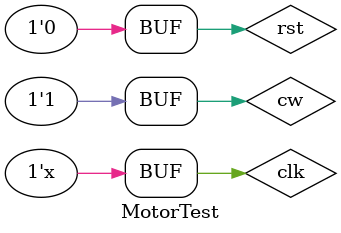
<source format=sv>
`timescale 1ns / 1ps


module MotorTest();
    reg clk;
    reg rst;
    reg cw;
    wire [3:0] L;
    
    MotorDriver md(
        .clk(clk),
        .rst(rst),
        .cw(cw),
        .L(L)
        );
    initial
        begin
        clk = 0; rst = 1; cw = 0; #30 rst = 0; cw = 1; #100 cw = 0; #100 cw = 1;
        end
   
   always #10 clk = ~clk;       
endmodule

</source>
